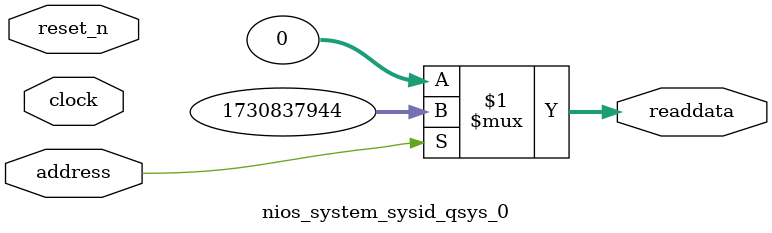
<source format=v>



// synthesis translate_off
`timescale 1ns / 1ps
// synthesis translate_on

// turn off superfluous verilog processor warnings 
// altera message_level Level1 
// altera message_off 10034 10035 10036 10037 10230 10240 10030 

module nios_system_sysid_qsys_0 (
               // inputs:
                address,
                clock,
                reset_n,

               // outputs:
                readdata
             )
;

  output  [ 31: 0] readdata;
  input            address;
  input            clock;
  input            reset_n;

  wire    [ 31: 0] readdata;
  //control_slave, which is an e_avalon_slave
  assign readdata = address ? 1730837944 : 0;

endmodule



</source>
